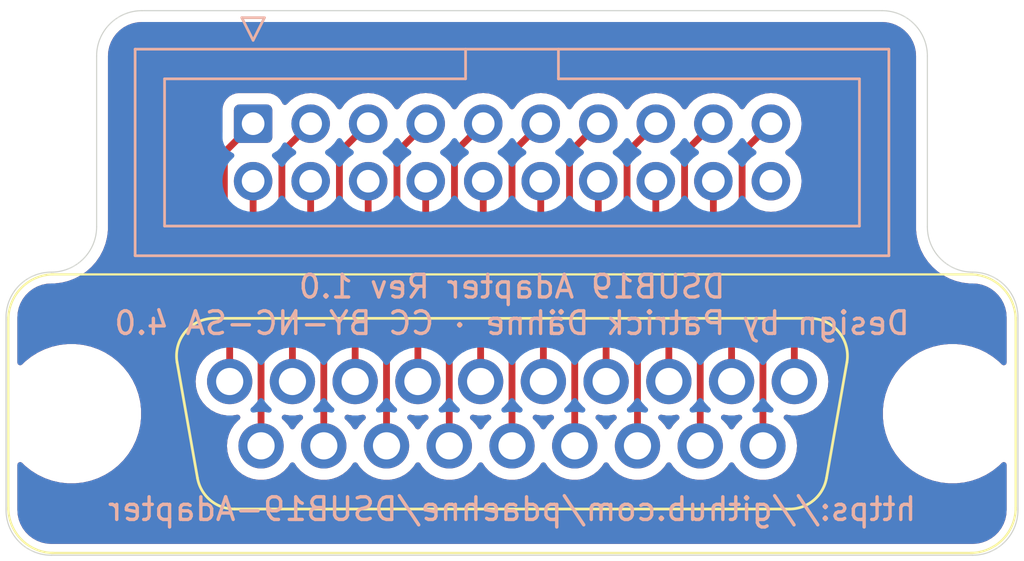
<source format=kicad_pcb>
(kicad_pcb (version 20240108) (generator "pcbnew") (generator_version "8.0")
  (title_block (title "DSUB19 Adapter") (date "2024-08-30") (rev "1.0") (company "Patrick Dähne CC BY-NC-SA 4.0"))
  (layers (0 "F.Cu" signal) (31 "B.Cu" signal) (34 "B.Paste" user) (35 "F.Paste" user) (36 "B.SilkS" user "B.Silkscreen") (37 "F.SilkS" user "F.Silkscreen") (38 "B.Mask" user) (39 "F.Mask" user) (44 "Edge.Cuts" user))
  (net 0 "")
  (net 1 "/P14")
  (net 2 "/P10")
  (net 3 "/P19")
  (net 4 "/P5")
  (net 5 "/P1")
  (net 6 "/P2")
  (net 7 "/P18")
  (net 8 "/P7")
  (net 9 "/P17")
  (net 10 "/P11")
  (net 11 "/P15")
  (net 12 "/P6")
  (net 13 "/P4")
  (net 14 "/P8")
  (net 15 "/P16")
  (net 16 "/P12")
  (net 17 "/P3")
  (net 18 "/P9")
  (net 19 "/P13")
  (footprint "Atari_ST:DB19" (layer "F.Cu") (at 133.331 85.425)
    (property "Reference" "J1" (hide yes))
    (property "Value" "DB19_Plug" (hide yes))
    (fp_line (start -9.775 -2.83) (end -9.775 5.67) (stroke (width 0.1)) (layer "F.SilkS"))
    (fp_line (start -7.875 -4.73) (end 32.805 -4.73) (stroke (width 0.1)) (layer "F.SilkS"))
    (fp_line (start -7.875 7.57) (end 32.805 7.57) (stroke (width 0.1)) (layer "F.SilkS"))
    (fp_line (start -2.32147 -0.841744) (end -1.422202 4.258256) (stroke (width 0.12)) (layer "F.SilkS"))
    (fp_line (start -0.686689 -2.79) (end 25.616689 -2.79) (stroke (width 0.12)) (layer "F.SilkS"))
    (fp_line (start 0.212579 5.63) (end 24.717421 5.63) (stroke (width 0.12)) (layer "F.SilkS"))
    (fp_line (start 27.25147 -0.841744) (end 26.352202 4.258256) (stroke (width 0.12)) (layer "F.SilkS"))
    (fp_line (start 34.705 -2.83) (end 34.705 5.67) (stroke (width 0.1)) (layer "F.SilkS"))
    (fp_arc (start -9.775 -2.73) (mid -9.189214 -4.144214) (end -7.775 -4.73) (stroke (width 0.1)) (layer "F.SilkS"))
    (fp_arc (start -7.775 7.57) (mid -9.189214 6.984214) (end -9.775 5.57) (stroke (width 0.1)) (layer "F.SilkS"))
    (fp_arc (start -2.32147 -0.841744) (mid -1.958323 -2.197028) (end -0.686689 -2.79) (stroke (width 0.12)) (layer "F.SilkS"))
    (fp_arc (start 0.212579 5.63) (mid -0.854448 5.241633) (end -1.422202 4.258256) (stroke (width 0.12)) (layer "F.SilkS"))
    (fp_arc (start 25.616689 -2.79) (mid 26.888331 -2.197031) (end 27.25147 -0.841744) (stroke (width 0.12)) (layer "F.SilkS"))
    (fp_arc (start 26.352202 4.258256) (mid 25.78445 5.241642) (end 24.717421 5.63) (stroke (width 0.12)) (layer "F.SilkS"))
    (fp_arc (start 32.705 -4.73) (mid 34.119214 -4.144214) (end 34.705 -2.73) (stroke (width 0.1)) (layer "F.SilkS"))
    (fp_arc (start 34.705 5.57) (mid 34.119214 6.984214) (end 32.705 7.57) (stroke (width 0.1)) (layer "F.SilkS"))
    (pad "" np_thru_hole circle (at -6.985 1.42) (size 3.15 3.15) (drill 3.15) (layers "F&B.Cu" "*.Mask") (clearance 1.5))
    (pad "" np_thru_hole circle (at 31.915 1.42) (size 3.15 3.15) (drill 3.15) (layers "F&B.Cu" "*.Mask") (clearance 1.5))
    (pad "1" thru_hole circle (at 0 0) (size 2 2) (drill 1.2) (layers "*.Cu" "*.Mask") (net 5 "/P1"))
    (pad "2" thru_hole circle (at 2.77 0) (size 2 2) (drill 1.2) (layers "*.Cu" "*.Mask") (net 6 "/P2"))
    (pad "3" thru_hole circle (at 5.54 0) (size 2 2) (drill 1.2) (layers "*.Cu" "*.Mask") (net 17 "/P3"))
    (pad "4" thru_hole circle (at 8.31 0) (size 2 2) (drill 1.2) (layers "*.Cu" "*.Mask") (net 13 "/P4"))
    (pad "5" thru_hole circle (at 11.08 0) (size 2 2) (drill 1.2) (layers "*.Cu" "*.Mask") (net 4 "/P5"))
    (pad "6" thru_hole circle (at 13.85 0) (size 2 2) (drill 1.2) (layers "*.Cu" "*.Mask") (net 12 "/P6"))
    (pad "7" thru_hole circle (at 16.62 0) (size 2 2) (drill 1.2) (layers "*.Cu" "*.Mask") (net 8 "/P7"))
    (pad "8" thru_hole circle (at 19.39 0) (size 2 2) (drill 1.2) (layers "*.Cu" "*.Mask") (net 14 "/P8"))
    (pad "9" thru_hole circle (at 22.16 0) (size 2 2) (drill 1.2) (layers "*.Cu" "*.Mask") (net 18 "/P9"))
    (pad "10" thru_hole circle (at 24.93 0) (size 2 2) (drill 1.2) (layers "*.Cu" "*.Mask") (net 2 "/P10"))
    (pad "11" thru_hole circle (at 1.385 2.84) (size 2 2) (drill 1.2) (layers "*.Cu" "*.Mask") (net 10 "/P11"))
    (pad "12" thru_hole circle (at 4.155 2.84) (size 2 2) (drill 1.2) (layers "*.Cu" "*.Mask") (net 16 "/P12"))
    (pad "13" thru_hole circle (at 6.925 2.84) (size 2 2) (drill 1.2) (layers "*.Cu" "*.Mask") (net 19 "/P13"))
    (pad "14" thru_hole circle (at 9.695 2.84) (size 2 2) (drill 1.2) (layers "*.Cu" "*.Mask") (net 1 "/P14"))
    (pad "15" thru_hole circle (at 12.465 2.84) (size 2 2) (drill 1.2) (layers "*.Cu" "*.Mask") (net 11 "/P15"))
    (pad "16" thru_hole circle (at 15.235 2.84) (size 2 2) (drill 1.2) (layers "*.Cu" "*.Mask") (net 15 "/P16"))
    (pad "17" thru_hole circle (at 18.005 2.84) (size 2 2) (drill 1.2) (layers "*.Cu" "*.Mask") (net 9 "/P17"))
    (pad "18" thru_hole circle (at 20.775 2.84) (size 2 2) (drill 1.2) (layers "*.Cu" "*.Mask") (net 7 "/P18"))
    (pad "19" thru_hole circle (at 23.545 2.84) (size 2 2) (drill 1.2) (layers "*.Cu" "*.Mask") (net 3 "/P19"))
  )
  (footprint "Connector_IDC:IDC-Header_2x10_P2.54mm_Vertical" (layer "B.Cu") (at 134.366 74.041 -90)
    (property "Reference" "J2" (hide yes))
    (property "Value" "Conn_02x10_Top_Bottom" (hide yes))
    (fp_line (start -3.29 5.21) (end -3.29 -28.07) (stroke (width 0.12)) (layer "B.SilkS"))
    (fp_line (start 5.83 5.21) (end -3.29 5.21) (stroke (width 0.12)) (layer "B.SilkS"))
    (fp_line (start -1.98 3.91) (end -1.98 -9.38) (stroke (width 0.12)) (layer "B.SilkS"))
    (fp_line (start 4.52 3.91) (end -1.98 3.91) (stroke (width 0.12)) (layer "B.SilkS"))
    (fp_line (start -4.68 0.5) (end -3.68 0) (stroke (width 0.12)) (layer "B.SilkS"))
    (fp_line (start -3.68 0) (end -4.68 -0.5) (stroke (width 0.12)) (layer "B.SilkS"))
    (fp_line (start -4.68 -0.5) (end -4.68 0.5) (stroke (width 0.12)) (layer "B.SilkS"))
    (fp_line (start -1.98 -9.38) (end -3.29 -9.38) (stroke (width 0.12)) (layer "B.SilkS"))
    (fp_line (start -3.29 -13.48) (end -1.98 -13.48) (stroke (width 0.12)) (layer "B.SilkS"))
    (fp_line (start -1.98 -13.48) (end -1.98 -13.48) (stroke (width 0.12)) (layer "B.SilkS"))
    (fp_line (start -1.98 -13.48) (end -1.98 -26.77) (stroke (width 0.12)) (layer "B.SilkS"))
    (fp_line (start -1.98 -26.77) (end 4.52 -26.77) (stroke (width 0.12)) (layer "B.SilkS"))
    (fp_line (start 4.52 -26.77) (end 4.52 3.91) (stroke (width 0.12)) (layer "B.SilkS"))
    (fp_line (start -3.29 -28.07) (end 5.83 -28.07) (stroke (width 0.12)) (layer "B.SilkS"))
    (fp_line (start 5.83 -28.07) (end 5.83 5.21) (stroke (width 0.12)) (layer "B.SilkS"))
    (pad "1" thru_hole roundrect (at 0 0 270) (size 1.7 1.7) (drill 1) (layers "*.Cu" "*.Mask") (roundrect_rratio 0.147059) (net 5 "/P1"))
    (pad "2" thru_hole circle (at 2.54 0 270) (size 1.7 1.7) (drill 1) (layers "*.Cu" "*.Mask") (net 10 "/P11"))
    (pad "3" thru_hole circle (at 0 -2.54 270) (size 1.7 1.7) (drill 1) (layers "*.Cu" "*.Mask") (net 6 "/P2"))
    (pad "4" thru_hole circle (at 2.54 -2.54 270) (size 1.7 1.7) (drill 1) (layers "*.Cu" "*.Mask") (net 16 "/P12"))
    (pad "5" thru_hole circle (at 0 -5.08 270) (size 1.7 1.7) (drill 1) (layers "*.Cu" "*.Mask") (net 17 "/P3"))
    (pad "6" thru_hole circle (at 2.54 -5.08 270) (size 1.7 1.7) (drill 1) (layers "*.Cu" "*.Mask") (net 19 "/P13"))
    (pad "7" thru_hole circle (at 0 -7.62 270) (size 1.7 1.7) (drill 1) (layers "*.Cu" "*.Mask") (net 13 "/P4"))
    (pad "8" thru_hole circle (at 2.54 -7.62 270) (size 1.7 1.7) (drill 1) (layers "*.Cu" "*.Mask") (net 1 "/P14"))
    (pad "9" thru_hole circle (at 0 -10.16 270) (size 1.7 1.7) (drill 1) (layers "*.Cu" "*.Mask") (net 4 "/P5"))
    (pad "10" thru_hole circle (at 2.54 -10.16 270) (size 1.7 1.7) (drill 1) (layers "*.Cu" "*.Mask") (net 11 "/P15"))
    (pad "11" thru_hole circle (at 0 -12.7 270) (size 1.7 1.7) (drill 1) (layers "*.Cu" "*.Mask") (net 12 "/P6"))
    (pad "12" thru_hole circle (at 2.54 -12.7 270) (size 1.7 1.7) (drill 1) (layers "*.Cu" "*.Mask") (net 15 "/P16"))
    (pad "13" thru_hole circle (at 0 -15.24 270) (size 1.7 1.7) (drill 1) (layers "*.Cu" "*.Mask") (net 8 "/P7"))
    (pad "14" thru_hole circle (at 2.54 -15.24 270) (size 1.7 1.7) (drill 1) (layers "*.Cu" "*.Mask") (net 9 "/P17"))
    (pad "15" thru_hole circle (at 0 -17.78 270) (size 1.7 1.7) (drill 1) (layers "*.Cu" "*.Mask") (net 14 "/P8"))
    (pad "16" thru_hole circle (at 2.54 -17.78 270) (size 1.7 1.7) (drill 1) (layers "*.Cu" "*.Mask") (net 7 "/P18"))
    (pad "17" thru_hole circle (at 0 -20.32 270) (size 1.7 1.7) (drill 1) (layers "*.Cu" "*.Mask") (net 18 "/P9"))
    (pad "18" thru_hole circle (at 2.54 -20.32 270) (size 1.7 1.7) (drill 1) (layers "*.Cu" "*.Mask") (net 3 "/P19"))
    (pad "19" thru_hole circle (at 0 -22.86 270) (size 1.7 1.7) (drill 1) (layers "*.Cu" "*.Mask") (net 2 "/P10"))
    (pad "20" thru_hole circle (at 2.54 -22.86 270) (size 1.7 1.7) (drill 1) (layers "*.Cu" "*.Mask"))
  )
  (gr_arc (start 123.456 82.595) (mid 124.041786 81.180786) (end 125.456 80.595) (stroke (width 0.05)) (layer "Edge.Cuts"))
  (gr_line (start 164.136 71.051) (end 164.136 78.595) (stroke (width 0.05)) (layer "Edge.Cuts"))
  (gr_arc (start 168.136 91.095) (mid 167.550214 92.509214) (end 166.136 93.095) (stroke (width 0.05)) (layer "Edge.Cuts"))
  (gr_line (start 168.136 82.595) (end 168.136 91.095) (stroke (width 0.05)) (layer "Edge.Cuts"))
  (gr_line (start 123.456 91.095) (end 123.456 82.595) (stroke (width 0.05)) (layer "Edge.Cuts"))
  (gr_arc (start 125.456 93.095) (mid 124.041786 92.509214) (end 123.456 91.095) (stroke (width 0.05)) (layer "Edge.Cuts"))
  (gr_line (start 127.456 71.051) (end 127.456 78.595) (stroke (width 0.05)) (layer "Edge.Cuts"))
  (gr_arc (start 127.456 78.595) (mid 126.870214 80.009214) (end 125.456 80.595) (stroke (width 0.05)) (layer "Edge.Cuts"))
  (gr_arc (start 127.456 71.051) (mid 128.041786 69.636786) (end 129.456 69.051) (stroke (width 0.05)) (layer "Edge.Cuts"))
  (gr_line (start 129.456 69.051) (end 162.136 69.051) (stroke (width 0.05)) (layer "Edge.Cuts"))
  (gr_arc (start 166.136 80.595) (mid 167.550213 81.180786) (end 168.136 82.595) (stroke (width 0.05)) (layer "Edge.Cuts"))
  (gr_arc (start 166.136 80.595) (mid 164.721786 80.009214) (end 164.136 78.595) (stroke (width 0.05)) (layer "Edge.Cuts"))
  (gr_arc (start 162.136 69.051) (mid 163.550214 69.636786) (end 164.136 71.051) (stroke (width 0.05)) (layer "Edge.Cuts"))
  (gr_line (start 166.136 93.095) (end 125.456 93.095) (stroke (width 0.05)) (layer "Edge.Cuts"))
  (gr_text "https://github.com/pdaehne/DSUB19-Adapter" (at 145.796 91.059 0) (layer "B.SilkS") (effects (font (size 1 1)) (justify mirror)))
  (gr_text "DSUB19 Adapter Rev 1.0\nDesign by Patrick Dähne · CC BY-NC-SA 4.0" (at 145.796 82.042 0) (layer "B.SilkS") (effects (font (size 1 1)) (justify mirror)))
  (segment (start 143.026 80.669) (end 143.026 88.265) (width 0.3) (layer "F.Cu") (net 1))
  (segment (start 141.986 79.629) (end 143.026 80.669) (width 0.3) (layer "F.Cu") (net 1))
  (segment (start 141.986 76.581) (end 141.986 79.629) (width 0.3) (layer "F.Cu") (net 1))
  (segment (start 157.226 74.041) (end 155.956 75.311) (width 0.3) (layer "F.Cu") (net 2))
  (segment (start 155.956 75.311) (end 155.956 79.629) (width 0.3) (layer "F.Cu") (net 2))
  (segment (start 155.956 79.629) (end 158.261 81.934) (width 0.3) (layer "F.Cu") (net 2))
  (segment (start 158.261 81.934) (end 158.261 85.425) (width 0.3) (layer "F.Cu") (net 2))
  (segment (start 156.876 81.819) (end 156.876 88.265) (width 0.3) (layer "F.Cu") (net 3))
  (segment (start 154.686 79.629) (end 156.876 81.819) (width 0.3) (layer "F.Cu") (net 3))
  (segment (start 154.686 76.581) (end 154.686 79.629) (width 0.3) (layer "F.Cu") (net 3))
  (segment (start 144.526 74.041) (end 143.256 75.311) (width 0.3) (layer "F.Cu") (net 4))
  (segment (start 143.256 79.629) (end 144.411 80.784) (width 0.3) (layer "F.Cu") (net 4))
  (segment (start 144.411 80.784) (end 144.411 85.425) (width 0.3) (layer "F.Cu") (net 4))
  (segment (start 143.256 75.311) (end 143.256 79.629) (width 0.3) (layer "F.Cu") (net 4))
  (segment (start 133.096 75.311) (end 133.096 79.629) (width 0.3) (layer "F.Cu") (net 5))
  (segment (start 133.331 79.864) (end 133.331 85.425) (width 0.3) (layer "F.Cu") (net 5))
  (segment (start 133.096 79.629) (end 133.331 79.864) (width 0.3) (layer "F.Cu") (net 5))
  (segment (start 134.366 74.041) (end 133.096 75.311) (width 0.3) (layer "F.Cu") (net 5))
  (segment (start 136.101 80.094) (end 136.101 85.425) (width 0.3) (layer "F.Cu") (net 6))
  (segment (start 136.906 74.041) (end 135.636 75.311) (width 0.3) (layer "F.Cu") (net 6))
  (segment (start 135.636 79.629) (end 136.101 80.094) (width 0.3) (layer "F.Cu") (net 6))
  (segment (start 135.636 75.311) (end 135.636 79.629) (width 0.3) (layer "F.Cu") (net 6))
  (segment (start 152.146 76.581) (end 152.146 79.629) (width 0.3) (layer "F.Cu") (net 7))
  (segment (start 152.146 79.629) (end 154.106 81.589) (width 0.3) (layer "F.Cu") (net 7))
  (segment (start 154.106 81.589) (end 154.106 88.265) (width 0.3) (layer "F.Cu") (net 7))
  (segment (start 148.336 75.311) (end 148.336 79.629) (width 0.3) (layer "F.Cu") (net 8))
  (segment (start 149.951 81.244) (end 149.951 85.425) (width 0.3) (layer "F.Cu") (net 8))
  (segment (start 149.606 74.041) (end 148.336 75.311) (width 0.3) (layer "F.Cu") (net 8))
  (segment (start 148.336 79.629) (end 149.951 81.244) (width 0.3) (layer "F.Cu") (net 8))
  (segment (start 149.606 76.581) (end 149.606 79.629) (width 0.3) (layer "F.Cu") (net 9))
  (segment (start 151.336 81.359) (end 151.336 88.265) (width 0.3) (layer "F.Cu") (net 9))
  (segment (start 149.606 79.629) (end 151.336 81.359) (width 0.3) (layer "F.Cu") (net 9))
  (segment (start 134.366 79.629) (end 134.716 79.979) (width 0.3) (layer "F.Cu") (net 10))
  (segment (start 134.716 79.979) (end 134.716 88.265) (width 0.3) (layer "F.Cu") (net 10))
  (segment (start 134.366 76.581) (end 134.366 79.629) (width 0.3) (layer "F.Cu") (net 10))
  (segment (start 144.526 76.581) (end 144.526 79.629) (width 0.3) (layer "F.Cu") (net 11))
  (segment (start 145.796 80.899) (end 145.796 88.265) (width 0.3) (layer "F.Cu") (net 11))
  (segment (start 144.526 79.629) (end 145.796 80.899) (width 0.3) (layer "F.Cu") (net 11))
  (segment (start 145.796 79.629) (end 147.181 81.014) (width 0.3) (layer "F.Cu") (net 12))
  (segment (start 147.066 74.041) (end 145.796 75.311) (width 0.3) (layer "F.Cu") (net 12))
  (segment (start 147.181 81.014) (end 147.181 85.425) (width 0.3) (layer "F.Cu") (net 12))
  (segment (start 145.796 75.311) (end 145.796 79.629) (width 0.3) (layer "F.Cu") (net 12))
  (segment (start 141.986 74.041) (end 140.716 75.311) (width 0.3) (layer "F.Cu") (net 13))
  (segment (start 141.641 80.554) (end 141.641 85.425) (width 0.3) (layer "F.Cu") (net 13))
  (segment (start 140.716 79.629) (end 141.641 80.554) (width 0.3) (layer "F.Cu") (net 13))
  (segment (start 140.716 75.311) (end 140.716 79.629) (width 0.3) (layer "F.Cu") (net 13))
  (segment (start 150.876 79.629) (end 152.721 81.474) (width 0.3) (layer "F.Cu") (net 14))
  (segment (start 152.721 81.474) (end 152.721 85.425) (width 0.3) (layer "F.Cu") (net 14))
  (segment (start 150.876 75.311) (end 150.876 79.629) (width 0.3) (layer "F.Cu") (net 14))
  (segment (start 152.146 74.041) (end 150.876 75.311) (width 0.3) (layer "F.Cu") (net 14))
  (segment (start 147.066 79.629) (end 148.566 81.129) (width 0.3) (layer "F.Cu") (net 15))
  (segment (start 147.066 76.581) (end 147.066 79.629) (width 0.3) (layer "F.Cu") (net 15))
  (segment (start 148.566 81.129) (end 148.566 88.265) (width 0.3) (layer "F.Cu") (net 15))
  (segment (start 137.486 80.209) (end 137.486 88.265) (width 0.3) (layer "F.Cu") (net 16))
  (segment (start 136.906 76.581) (end 136.906 79.629) (width 0.3) (layer "F.Cu") (net 16))
  (segment (start 136.906 79.629) (end 137.486 80.209) (width 0.3) (layer "F.Cu") (net 16))
  (segment (start 138.176 75.311) (end 138.176 79.629) (width 0.3) (layer "F.Cu") (net 17))
  (segment (start 138.871 80.324) (end 138.871 85.425) (width 0.3) (layer "F.Cu") (net 17))
  (segment (start 138.176 79.629) (end 138.871 80.324) (width 0.3) (layer "F.Cu") (net 17))
  (segment (start 139.446 74.041) (end 138.176 75.311) (width 0.3) (layer "F.Cu") (net 17))
  (segment (start 153.416 79.629) (end 155.491 81.704) (width 0.3) (layer "F.Cu") (net 18))
  (segment (start 154.686 74.041) (end 153.416 75.311) (width 0.3) (layer "F.Cu") (net 18))
  (segment (start 153.416 75.311) (end 153.416 79.629) (width 0.3) (layer "F.Cu") (net 18))
  (segment (start 155.491 81.704) (end 155.491 85.425) (width 0.3) (layer "F.Cu") (net 18))
  (segment (start 139.446 76.581) (end 139.446 79.629) (width 0.3) (layer "F.Cu") (net 19))
  (segment (start 139.446 79.629) (end 140.256 80.439) (width 0.3) (layer "F.Cu") (net 19))
  (segment (start 140.256 80.439) (end 140.256 88.265) (width 0.3) (layer "F.Cu") (net 19))
  (zone (net 0) (net_name "") (layers "F&B.Cu") (connect_pads (clearance 0.5)) (min_thickness 0.25) (fill yes (thermal_gap 0.5) (thermal_bridge_width 0.5) (island_removal_mode 1) (island_area_min 10))
    (polygon (pts (xy 123.19 68.58) (xy 123.19 93.345) (xy 168.402 93.345) (xy 168.402 68.58)))
  )
)
</source>
